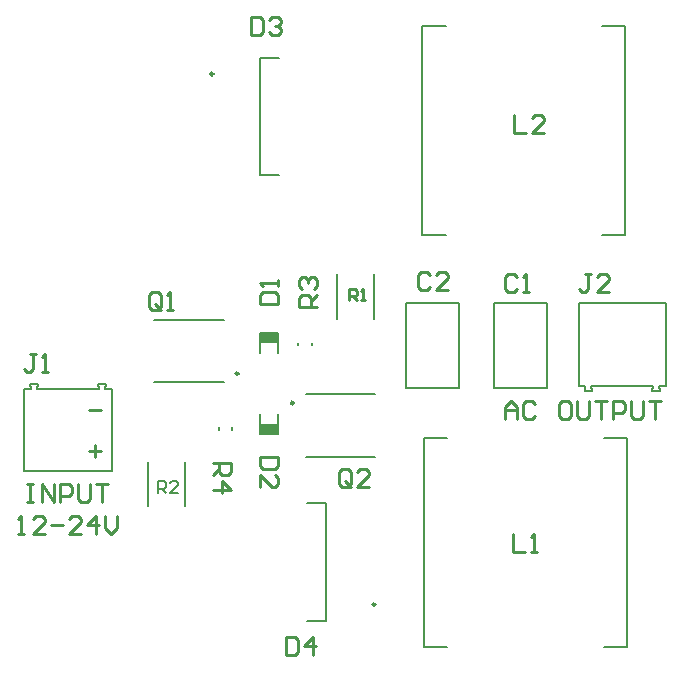
<source format=gbr>
G04*
G04 #@! TF.GenerationSoftware,Altium Limited,Altium Designer,23.0.1 (38)*
G04*
G04 Layer_Color=65535*
%FSLAX44Y44*%
%MOMM*%
G71*
G04*
G04 #@! TF.SameCoordinates,E0B9C1ED-34CA-4D35-9301-72E17DFC46F4*
G04*
G04*
G04 #@! TF.FilePolarity,Positive*
G04*
G01*
G75*
%ADD10C,0.2500*%
%ADD11C,0.2000*%
%ADD12C,0.2540*%
%ADD13R,1.5500X0.8500*%
D10*
X1390630Y832270D02*
G03*
X1390630Y832270I-1250J0D01*
G01*
X1458610Y553720D02*
G03*
X1458610Y553720I-1250J0D01*
G01*
X1412005Y578485D02*
G03*
X1412005Y578485I-1250J0D01*
G01*
X1527790Y383120D02*
G03*
X1527790Y383120I-1250J0D01*
G01*
D11*
X1429880Y846140D02*
X1445980D01*
X1429880Y746440D02*
X1445980D01*
X1429880D02*
Y846140D01*
X1567540Y695640D02*
Y872640D01*
X1719790Y695640D02*
X1739540D01*
X1567540D02*
X1587290D01*
X1739540D02*
Y872640D01*
X1719790D02*
X1739540D01*
X1567540D02*
X1587290D01*
X1468860Y561020D02*
Y561170D01*
Y508170D02*
Y508320D01*
Y508170D02*
X1527860D01*
Y561020D02*
Y561170D01*
Y508170D02*
Y508320D01*
X1468860Y561170D02*
X1527860D01*
X1628500Y565980D02*
Y637980D01*
X1673500D01*
Y565980D02*
Y637980D01*
X1628500Y565980D02*
X1673500D01*
X1553570D02*
Y637980D01*
X1598570D01*
Y565980D02*
Y637980D01*
X1553570Y565980D02*
X1598570D01*
X1495550Y625158D02*
Y662622D01*
X1527050Y625158D02*
Y662622D01*
X1740810Y347110D02*
Y524110D01*
X1568810D02*
X1588560D01*
X1721060D02*
X1740810D01*
X1568810Y347110D02*
Y524110D01*
Y347110D02*
X1588560D01*
X1721060D02*
X1740810D01*
X1462370Y602360D02*
Y604360D01*
X1473870Y602360D02*
Y604360D01*
X1406560Y531130D02*
Y533130D01*
X1395060Y531130D02*
Y533130D01*
X1367030Y466408D02*
Y503872D01*
X1335530Y466408D02*
Y503872D01*
X1399255Y571035D02*
Y571185D01*
Y623885D02*
Y624035D01*
X1340255D02*
X1399255D01*
X1340255Y571035D02*
Y571185D01*
Y623885D02*
Y624035D01*
Y571035D02*
X1399255D01*
X1699900Y567970D02*
Y637970D01*
X1773900Y567970D02*
Y637970D01*
X1699900D02*
X1773900D01*
X1762350Y563970D02*
X1768850D01*
X1768100Y567970D02*
X1768850Y563970D01*
X1762350D02*
X1763100Y567970D01*
X1768100D02*
X1773900D01*
X1710700D02*
X1711450Y563970D01*
X1704950D02*
X1705700Y567970D01*
X1704950Y563970D02*
X1711450D01*
X1699900Y567970D02*
X1705700D01*
X1710700D02*
X1763100D01*
X1304460Y495860D02*
Y565860D01*
X1230460Y495860D02*
Y565860D01*
Y495860D02*
X1304460D01*
X1235510Y569860D02*
X1242010D01*
X1235510D02*
X1236260Y565860D01*
X1241260D02*
X1242010Y569860D01*
X1230460Y565860D02*
X1236260D01*
X1292910Y569860D02*
X1293660Y565860D01*
X1298660D02*
X1299410Y569860D01*
X1292910D02*
X1299410D01*
X1298660Y565860D02*
X1304460D01*
X1241260D02*
X1293660D01*
X1469940Y369250D02*
X1486040D01*
X1469940Y468950D02*
X1486040D01*
Y369250D02*
Y468950D01*
X1429890Y527440D02*
X1445390D01*
X1429890D02*
Y544440D01*
X1445390Y527440D02*
Y544440D01*
X1429890Y613020D02*
X1445390D01*
Y596020D02*
Y613020D01*
X1429890Y596020D02*
Y613020D01*
X1344169Y477502D02*
Y487498D01*
X1349168D01*
X1350834Y485832D01*
Y482500D01*
X1349168Y480834D01*
X1344169D01*
X1347502D02*
X1350834Y477502D01*
X1360831D02*
X1354166D01*
X1360831Y484166D01*
Y485832D01*
X1359164Y487498D01*
X1355832D01*
X1354166Y485832D01*
D12*
X1637540Y540040D02*
Y550197D01*
X1642618Y555275D01*
X1647697Y550197D01*
Y540040D01*
Y547658D01*
X1637540D01*
X1662932Y552736D02*
X1660393Y555275D01*
X1655314D01*
X1652775Y552736D01*
Y542579D01*
X1655314Y540040D01*
X1660393D01*
X1662932Y542579D01*
X1690863Y555275D02*
X1685784D01*
X1683245Y552736D01*
Y542579D01*
X1685784Y540040D01*
X1690863D01*
X1693402Y542579D01*
Y552736D01*
X1690863Y555275D01*
X1698480D02*
Y542579D01*
X1701019Y540040D01*
X1706098D01*
X1708637Y542579D01*
Y555275D01*
X1713715D02*
X1723872D01*
X1718794D01*
Y540040D01*
X1728950D02*
Y555275D01*
X1736568D01*
X1739107Y552736D01*
Y547658D01*
X1736568Y545118D01*
X1728950D01*
X1744185Y555275D02*
Y542579D01*
X1746725Y540040D01*
X1751803D01*
X1754342Y542579D01*
Y555275D01*
X1759421D02*
X1769577D01*
X1764499D01*
Y540040D01*
X1225040Y442540D02*
X1230118D01*
X1227579D01*
Y457775D01*
X1225040Y455236D01*
X1247893Y442540D02*
X1237736D01*
X1247893Y452697D01*
Y455236D01*
X1245353Y457775D01*
X1240275D01*
X1237736Y455236D01*
X1252971Y450158D02*
X1263128D01*
X1278363Y442540D02*
X1268206D01*
X1278363Y452697D01*
Y455236D01*
X1275824Y457775D01*
X1270745D01*
X1268206Y455236D01*
X1291059Y442540D02*
Y457775D01*
X1283441Y450158D01*
X1293598D01*
X1298676Y457775D02*
Y447618D01*
X1303754Y442540D01*
X1308833Y447618D01*
Y457775D01*
X1232540Y485275D02*
X1237618D01*
X1235079D01*
Y470040D01*
X1232540D01*
X1237618D01*
X1245236D02*
Y485275D01*
X1255393Y470040D01*
Y485275D01*
X1260471Y470040D02*
Y485275D01*
X1268089D01*
X1270628Y482736D01*
Y477658D01*
X1268089Y475118D01*
X1260471D01*
X1275706Y485275D02*
Y472579D01*
X1278245Y470040D01*
X1283324D01*
X1285863Y472579D01*
Y485275D01*
X1290941D02*
X1301098D01*
X1296019D01*
Y470040D01*
X1285040Y547540D02*
X1295197D01*
X1285040Y512618D02*
X1295197D01*
X1290118Y517697D02*
Y507540D01*
X1478277Y635224D02*
X1463042D01*
Y642842D01*
X1465582Y645381D01*
X1470660D01*
X1473199Y642842D01*
Y635224D01*
Y640302D02*
X1478277Y645381D01*
X1465582Y650459D02*
X1463042Y652998D01*
Y658077D01*
X1465582Y660616D01*
X1468121D01*
X1470660Y658077D01*
Y655537D01*
Y658077D01*
X1473199Y660616D01*
X1475738D01*
X1478277Y658077D01*
Y652998D01*
X1475738Y650459D01*
X1390652Y502916D02*
X1405887D01*
Y495298D01*
X1403348Y492759D01*
X1398270D01*
X1395731Y495298D01*
Y502916D01*
Y497837D02*
X1390652Y492759D01*
Y480063D02*
X1405887D01*
X1398270Y487681D01*
Y477524D01*
X1505836Y640502D02*
Y650498D01*
X1510834D01*
X1512500Y648832D01*
Y645500D01*
X1510834Y643834D01*
X1505836D01*
X1509168D02*
X1512500Y640502D01*
X1515832D02*
X1519164D01*
X1517498D01*
Y650498D01*
X1515832Y648832D01*
X1507461Y484922D02*
Y495078D01*
X1504922Y497617D01*
X1499843D01*
X1497304Y495078D01*
Y484922D01*
X1499843Y482383D01*
X1504922D01*
X1502383Y487461D02*
X1507461Y482383D01*
X1504922D02*
X1507461Y484922D01*
X1522696Y482383D02*
X1512539D01*
X1522696Y492539D01*
Y495078D01*
X1520157Y497617D01*
X1515078D01*
X1512539Y495078D01*
X1345943Y635253D02*
Y645410D01*
X1343403Y647949D01*
X1338325D01*
X1335786Y645410D01*
Y635253D01*
X1338325Y632714D01*
X1343403D01*
X1340864Y637792D02*
X1345943Y632714D01*
X1343403D02*
X1345943Y635253D01*
X1351021Y632714D02*
X1356099D01*
X1353560D01*
Y647949D01*
X1351021Y645410D01*
X1644804Y797617D02*
Y782383D01*
X1654961D01*
X1670196D02*
X1660039D01*
X1670196Y792539D01*
Y795078D01*
X1667657Y797617D01*
X1662578D01*
X1660039Y795078D01*
X1644593Y443117D02*
Y427882D01*
X1654750D01*
X1659828D02*
X1664907D01*
X1662368D01*
Y443117D01*
X1659828Y440578D01*
X1710433Y663189D02*
X1705354D01*
X1707894D01*
Y650493D01*
X1705354Y647954D01*
X1702815D01*
X1700276Y650493D01*
X1725668Y647954D02*
X1715511D01*
X1725668Y658111D01*
Y660650D01*
X1723129Y663189D01*
X1718050D01*
X1715511Y660650D01*
X1240787Y594863D02*
X1235708D01*
X1238248D01*
Y582167D01*
X1235708Y579628D01*
X1233169D01*
X1230630Y582167D01*
X1245865Y579628D02*
X1250943D01*
X1248404D01*
Y594863D01*
X1245865Y592324D01*
X1452304Y355117D02*
Y339883D01*
X1459922D01*
X1462461Y342422D01*
Y352578D01*
X1459922Y355117D01*
X1452304D01*
X1475157Y339883D02*
Y355117D01*
X1467539Y347500D01*
X1477696D01*
X1422304Y880117D02*
Y864883D01*
X1429922D01*
X1432461Y867422D01*
Y877578D01*
X1429922Y880117D01*
X1422304D01*
X1437539Y877578D02*
X1440078Y880117D01*
X1445157D01*
X1447696Y877578D01*
Y875039D01*
X1445157Y872500D01*
X1442617D01*
X1445157D01*
X1447696Y869961D01*
Y867422D01*
X1445157Y864883D01*
X1440078D01*
X1437539Y867422D01*
X1445618Y507946D02*
X1430383D01*
Y500328D01*
X1432922Y497789D01*
X1443078D01*
X1445618Y500328D01*
Y507946D01*
X1430383Y482554D02*
Y492711D01*
X1440539Y482554D01*
X1443078D01*
X1445618Y485093D01*
Y490172D01*
X1443078Y492711D01*
X1429883Y637343D02*
X1445117D01*
Y644961D01*
X1442578Y647500D01*
X1432422D01*
X1429883Y644961D01*
Y637343D01*
X1445117Y652578D02*
Y657657D01*
Y655118D01*
X1429883D01*
X1432422Y652578D01*
X1574461Y662328D02*
X1571922Y664867D01*
X1566843D01*
X1564304Y662328D01*
Y652172D01*
X1566843Y649632D01*
X1571922D01*
X1574461Y652172D01*
X1589696Y649632D02*
X1579539D01*
X1589696Y659789D01*
Y662328D01*
X1587157Y664867D01*
X1582078D01*
X1579539Y662328D01*
X1648000Y660578D02*
X1645461Y663118D01*
X1640383D01*
X1637843Y660578D01*
Y650422D01*
X1640383Y647883D01*
X1645461D01*
X1648000Y650422D01*
X1653078Y647883D02*
X1658157D01*
X1655618D01*
Y663118D01*
X1653078Y660578D01*
D13*
X1437658Y531673D02*
D03*
X1437619Y608770D02*
D03*
M02*

</source>
